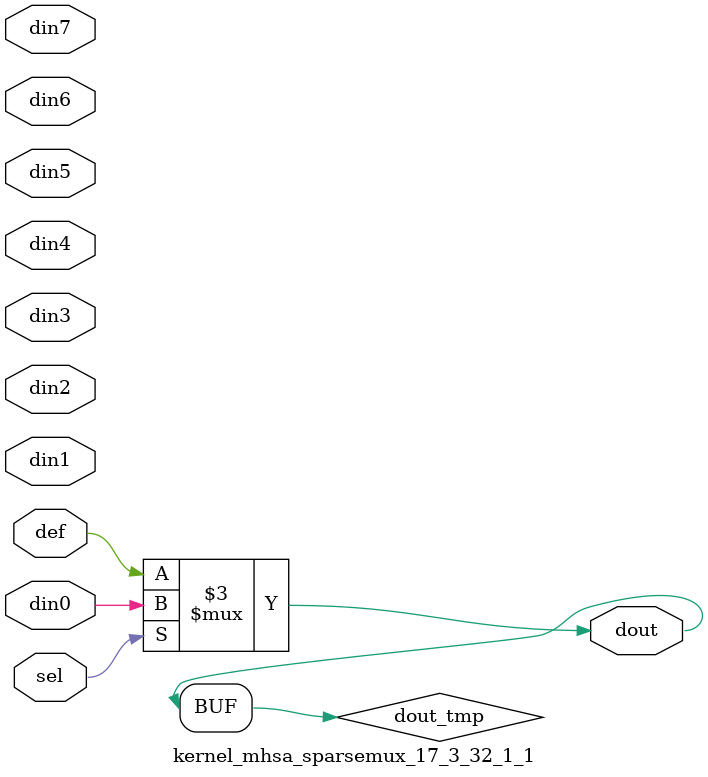
<source format=v>
`timescale 1ns / 1ps

module kernel_mhsa_sparsemux_17_3_32_1_1 (din0,din1,din2,din3,din4,din5,din6,din7,def,sel,dout);

parameter din0_WIDTH = 1;

parameter din1_WIDTH = 1;

parameter din2_WIDTH = 1;

parameter din3_WIDTH = 1;

parameter din4_WIDTH = 1;

parameter din5_WIDTH = 1;

parameter din6_WIDTH = 1;

parameter din7_WIDTH = 1;

parameter def_WIDTH = 1;
parameter sel_WIDTH = 1;
parameter dout_WIDTH = 1;

parameter [sel_WIDTH-1:0] CASE0 = 1;

parameter [sel_WIDTH-1:0] CASE1 = 1;

parameter [sel_WIDTH-1:0] CASE2 = 1;

parameter [sel_WIDTH-1:0] CASE3 = 1;

parameter [sel_WIDTH-1:0] CASE4 = 1;

parameter [sel_WIDTH-1:0] CASE5 = 1;

parameter [sel_WIDTH-1:0] CASE6 = 1;

parameter [sel_WIDTH-1:0] CASE7 = 1;

parameter ID = 1;
parameter NUM_STAGE = 1;



input [din0_WIDTH-1:0] din0;

input [din1_WIDTH-1:0] din1;

input [din2_WIDTH-1:0] din2;

input [din3_WIDTH-1:0] din3;

input [din4_WIDTH-1:0] din4;

input [din5_WIDTH-1:0] din5;

input [din6_WIDTH-1:0] din6;

input [din7_WIDTH-1:0] din7;

input [def_WIDTH-1:0] def;
input [sel_WIDTH-1:0] sel;

output [dout_WIDTH-1:0] dout;



reg [dout_WIDTH-1:0] dout_tmp;


always @ (*) begin
(* parallel_case *) case (sel)
    
    CASE0 : dout_tmp = din0;
    
    CASE1 : dout_tmp = din1;
    
    CASE2 : dout_tmp = din2;
    
    CASE3 : dout_tmp = din3;
    
    CASE4 : dout_tmp = din4;
    
    CASE5 : dout_tmp = din5;
    
    CASE6 : dout_tmp = din6;
    
    CASE7 : dout_tmp = din7;
    
    default : dout_tmp = def;
endcase
end


assign dout = dout_tmp;



endmodule

</source>
